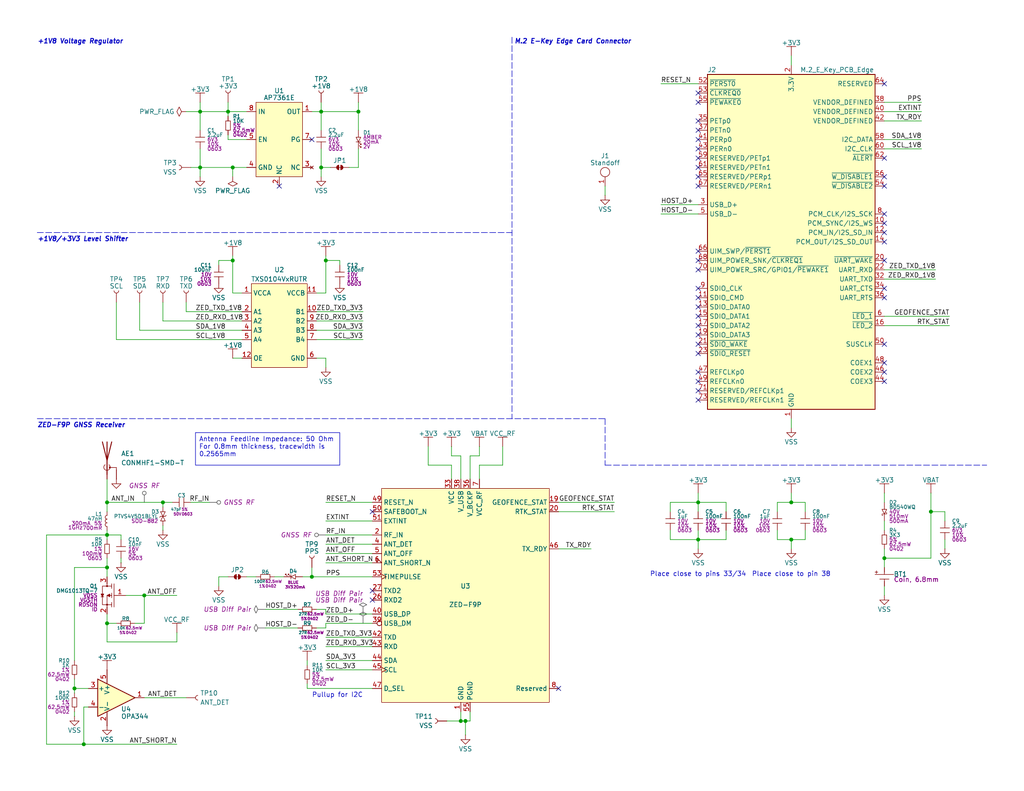
<source format=kicad_sch>
(kicad_sch (version 20250114) (generator "eeschema") (generator_version "9.0")
  (paper "USLetter")
  (title_block (title "U-bolx ZED-F9P M.2 E-Key") (date "2025-03-16") (rev "1.1") (comment 2 "PROTOTYPE") (comment 3 "2025"))
  (text "Place close to pin 38" (at 215.9 156.845 0) (effects (font (size 1.27 1.27))))
  (text "Place close to pins 33/34" (at 190.5 156.845 0) (effects (font (size 1.27 1.27))))
  (text "+1V8/+3V3 Level Shifter" (at 10.16 65.405 0) (effects (font (size 1.27 1.27) (thickness 0.254) (bold yes) (italic yes)) (justify left)))
  (text "ZED-F9P GNSS Receiver" (at 10.16 116.205 0) (effects (font (size 1.27 1.27) (thickness 0.254) (bold yes) (italic yes)) (justify left)))
  (text "+1V8 Voltage Regulator" (at 10.16 11.43 0) (effects (font (size 1.27 1.27) (thickness 0.254) (bold yes) (italic yes)) (justify left)))
  (text "Pullup for I2C" (at 92.075 189.865 0) (effects (font (size 1.27 1.27))))
  (text "M.2 E-Key Edge Card Connector" (at 140.335 11.43 0) (effects (font (size 1.27 1.27) (thickness 0.254) (bold yes) (italic yes)) (justify left)))
  (text_box "Antenna Feedline Impedance: 50 Ohm\nFor 0.8mm thickness, tracewidth is 0.2565mm" (at 53.34 118.11 0) (size 39.37 8.89) (margins 0.9525 0.9525 0.9525 0.9525) (effects (font (size 1.27 1.27)) (justify left top)))
  (junction (at 87.63 30.48))
  (junction (at 127 196.85))
  (junction (at 29.21 146.05))
  (junction (at 54.61 30.48))
  (junction (at 254 139.7))
  (junction (at 125.73 196.85))
  (junction (at 62.23 30.48))
  (junction (at 39.37 162.56))
  (junction (at 54.61 45.72))
  (junction (at 22.86 203.2))
  (junction (at 97.79 30.48))
  (junction (at 241.3 152.4))
  (junction (at 63.5 71.12))
  (junction (at 215.9 137.16))
  (junction (at 29.21 170.18))
  (junction (at 85.09 157.48))
  (junction (at 29.21 137.16))
  (junction (at 44.45 137.16))
  (junction (at 87.63 45.72))
  (junction (at 190.5 147.32))
  (junction (at 63.5 45.72))
  (junction (at 29.21 154.94))
  (junction (at 215.9 147.32))
  (junction (at 20.32 187.96))
  (junction (at 88.9 71.12))
  (junction (at 190.5 137.16))
  (no_connect (at 241.3 48.26))
  (no_connect (at 190.5 71.12))
  (no_connect (at 241.3 66.04))
  (no_connect (at 190.5 101.6))
  (no_connect (at 101.6 161.29))
  (no_connect (at 190.5 73.66))
  (no_connect (at 241.3 22.86))
  (no_connect (at 241.3 99.06))
  (no_connect (at 241.3 104.14))
  (no_connect (at 241.3 63.5))
  (no_connect (at 101.6 163.83))
  (no_connect (at 241.3 93.98))
  (no_connect (at 190.5 43.18))
  (no_connect (at 190.5 27.94))
  (no_connect (at 241.3 71.12))
  (no_connect (at 190.5 78.74))
  (no_connect (at 190.5 45.72))
  (no_connect (at 241.3 101.6))
  (no_connect (at 241.3 43.18))
  (no_connect (at 241.3 78.74))
  (no_connect (at 152.4 187.96))
  (no_connect (at 190.5 33.02))
  (no_connect (at 76.2 50.8))
  (no_connect (at 190.5 106.68))
  (no_connect (at 190.5 38.1))
  (no_connect (at 101.6 139.7))
  (no_connect (at 190.5 86.36))
  (no_connect (at 190.5 91.44))
  (no_connect (at 190.5 104.14))
  (no_connect (at 241.3 60.96))
  (no_connect (at 85.09 38.1))
  (no_connect (at 190.5 68.58))
  (no_connect (at 190.5 50.8))
  (no_connect (at 190.5 81.28))
  (no_connect (at 241.3 58.42))
  (no_connect (at 190.5 96.52))
  (no_connect (at 190.5 83.82))
  (no_connect (at 190.5 93.98))
  (no_connect (at 190.5 35.56))
  (no_connect (at 190.5 48.26))
  (no_connect (at 190.5 25.4))
  (no_connect (at 241.3 81.28))
  (no_connect (at 190.5 88.9))
  (no_connect (at 241.3 50.8))
  (no_connect (at 190.5 40.64))
  (no_connect (at 190.5 109.22))
  (wire (pts (xy 219.71 144.78) (xy 219.71 147.32)))
  (wire (pts (xy 24.13 187.96) (xy 20.32 187.96)))
  (wire (pts (xy 31.75 92.71) (xy 66.04 92.71)))
  (wire (pts (xy 83.82 187.96) (xy 101.6 187.96)))
  (wire (pts (xy 88.9 142.24) (xy 101.6 142.24)))
  (wire (pts (xy 29.21 154.94) (xy 29.21 157.48)))
  (wire (pts (xy 63.5 71.12) (xy 63.5 80.01)))
  (wire (pts (xy 44.45 138.43) (xy 44.45 137.16)))
  (wire (pts (xy 33.02 146.05) (xy 29.21 146.05)))
  (wire (pts (xy 44.45 82.55) (xy 44.45 87.63)))
  (wire (pts (xy 241.3 142.24) (xy 241.3 144.78)))
  (wire (pts (xy 62.23 38.1) (xy 62.23 36.83)))
  (wire (pts (xy 67.31 30.48) (xy 62.23 30.48)))
  (wire (pts (xy 257.81 147.32) (xy 257.81 149.86)))
  (wire (pts (xy 88.9 176.53) (xy 101.6 176.53)))
  (wire (pts (xy 95.25 45.72) (xy 97.79 45.72)))
  (polyline (pts (xy 139.7 10.16) (xy 139.7 114.3)) (stroke (width 0) (type dash)))
  (wire (pts (xy 63.5 69.85) (xy 63.5 71.12)))
  (wire (pts (xy 63.5 80.01) (xy 66.04 80.01)))
  (wire (pts (xy 54.61 45.72) (xy 54.61 48.26)))
  (polyline (pts (xy 165.1 114.3) (xy 165.1 127)) (stroke (width 0) (type dash)))
  (wire (pts (xy 254 139.7) (xy 254 152.4)))
  (wire (pts (xy 29.21 137.16) (xy 44.45 137.16)))
  (wire (pts (xy 198.12 137.16) (xy 190.5 137.16)))
  (wire (pts (xy 44.45 137.16) (xy 46.99 137.16)))
  (wire (pts (xy 180.34 58.42) (xy 190.5 58.42)))
  (wire (pts (xy 86.36 97.79) (xy 88.9 97.79)))
  (wire (pts (xy 190.5 147.32) (xy 190.5 149.86)))
  (wire (pts (xy 128.27 194.31) (xy 128.27 196.85)))
  (wire (pts (xy 254 139.7) (xy 257.81 139.7)))
  (wire (pts (xy 29.21 167.64) (xy 29.21 170.18)))
  (wire (pts (xy 137.16 121.92) (xy 137.16 127)))
  (wire (pts (xy 116.84 127) (xy 123.19 127)))
  (wire (pts (xy 92.71 71.12) (xy 88.9 71.12)))
  (wire (pts (xy 241.3 73.66) (xy 255.27 73.66)))
  (wire (pts (xy 241.3 30.48) (xy 251.46 30.48)))
  (wire (pts (xy 241.3 152.4) (xy 241.3 154.94)))
  (wire (pts (xy 241.3 76.2) (xy 255.27 76.2)))
  (wire (pts (xy 215.9 147.32) (xy 212.09 147.32)))
  (wire (pts (xy 72.39 166.37) (xy 81.28 166.37)))
  (wire (pts (xy 33.02 152.4) (xy 33.02 153.67)))
  (wire (pts (xy 52.07 45.72) (xy 54.61 45.72)))
  (wire (pts (xy 212.09 137.16) (xy 215.9 137.16)))
  (wire (pts (xy 39.37 190.5) (xy 50.8 190.5)))
  (wire (pts (xy 62.23 30.48) (xy 54.61 30.48)))
  (wire (pts (xy 180.34 22.86) (xy 190.5 22.86)))
  (wire (pts (xy 219.71 137.16) (xy 219.71 139.7)))
  (wire (pts (xy 88.9 182.88) (xy 101.6 182.88)))
  (wire (pts (xy 241.3 27.94) (xy 251.46 27.94)))
  (wire (pts (xy 29.21 170.18) (xy 31.75 170.18)))
  (polyline (pts (xy 10.16 63.5) (xy 139.7 63.5)) (stroke (width 0) (type dash)))
  (wire (pts (xy 99.06 92.71) (xy 86.36 92.71)))
  (wire (pts (xy 50.8 85.09) (xy 66.04 85.09)))
  (wire (pts (xy 39.37 170.18) (xy 39.37 162.56)))
  (wire (pts (xy 48.26 172.72) (xy 48.26 175.26)))
  (wire (pts (xy 127 196.85) (xy 128.27 196.85)))
  (wire (pts (xy 182.88 147.32) (xy 190.5 147.32)))
  (wire (pts (xy 241.3 88.9) (xy 259.08 88.9)))
  (wire (pts (xy 130.81 124.46) (xy 128.27 124.46)))
  (wire (pts (xy 97.79 27.94) (xy 97.79 30.48)))
  (wire (pts (xy 88.9 80.01) (xy 86.36 80.01)))
  (wire (pts (xy 215.9 15.24) (xy 215.9 17.78)))
  (wire (pts (xy 87.63 30.48) (xy 97.79 30.48)))
  (wire (pts (xy 88.9 170.18) (xy 88.9 171.45)))
  (wire (pts (xy 88.9 151.13) (xy 101.6 151.13)))
  (wire (pts (xy 190.5 137.16) (xy 190.5 134.62)))
  (wire (pts (xy 31.75 82.55) (xy 31.75 92.71)))
  (wire (pts (xy 86.36 166.37) (xy 88.9 166.37)))
  (wire (pts (xy 215.9 134.62) (xy 215.9 137.16)))
  (wire (pts (xy 215.9 147.32) (xy 215.9 149.86)))
  (wire (pts (xy 62.23 38.1) (xy 67.31 38.1)))
  (wire (pts (xy 83.82 186.69) (xy 83.82 187.96)))
  (wire (pts (xy 212.09 144.78) (xy 212.09 147.32)))
  (wire (pts (xy 152.4 139.7) (xy 167.64 139.7)))
  (wire (pts (xy 116.84 121.92) (xy 116.84 127)))
  (wire (pts (xy 92.71 72.39) (xy 92.71 71.12)))
  (wire (pts (xy 88.9 148.59) (xy 101.6 148.59)))
  (wire (pts (xy 62.23 27.94) (xy 62.23 30.48)))
  (wire (pts (xy 198.12 147.32) (xy 190.5 147.32)))
  (wire (pts (xy 88.9 180.34) (xy 101.6 180.34)))
  (polyline (pts (xy 165.1 127) (xy 269.24 127)) (stroke (width 0) (type dash)))
  (wire (pts (xy 72.39 171.45) (xy 81.28 171.45)))
  (wire (pts (xy 88.9 137.16) (xy 101.6 137.16)))
  (wire (pts (xy 39.37 162.56) (xy 48.26 162.56)))
  (wire (pts (xy 99.06 90.17) (xy 86.36 90.17)))
  (wire (pts (xy 87.63 27.94) (xy 87.63 30.48)))
  (wire (pts (xy 241.3 160.02) (xy 241.3 162.56)))
  (wire (pts (xy 254 134.62) (xy 254 139.7)))
  (wire (pts (xy 29.21 170.18) (xy 29.21 175.26)))
  (wire (pts (xy 59.69 160.02) (xy 59.69 157.48)))
  (wire (pts (xy 121.92 196.85) (xy 125.73 196.85)))
  (wire (pts (xy 180.34 55.88) (xy 190.5 55.88)))
  (wire (pts (xy 198.12 144.78) (xy 198.12 147.32)))
  (wire (pts (xy 20.32 194.31) (xy 20.32 195.58)))
  (wire (pts (xy 198.12 139.7) (xy 198.12 137.16)))
  (wire (pts (xy 20.32 154.94) (xy 20.32 180.34)))
  (wire (pts (xy 123.19 124.46) (xy 125.73 124.46)))
  (wire (pts (xy 87.63 45.72) (xy 90.17 45.72)))
  (wire (pts (xy 54.61 27.94) (xy 54.61 30.48)))
  (wire (pts (xy 29.21 144.78) (xy 29.21 146.05)))
  (wire (pts (xy 88.9 167.64) (xy 88.9 166.37)))
  (wire (pts (xy 165.1 50.8) (xy 165.1 53.34)))
  (wire (pts (xy 254 152.4) (xy 241.3 152.4)))
  (wire (pts (xy 20.32 187.96) (xy 20.32 189.23)))
  (wire (pts (xy 85.09 30.48) (xy 87.63 30.48)))
  (wire (pts (xy 52.07 137.16) (xy 57.15 137.16)))
  (wire (pts (xy 215.9 137.16) (xy 219.71 137.16)))
  (wire (pts (xy 86.36 171.45) (xy 88.9 171.45)))
  (wire (pts (xy 33.02 147.32) (xy 33.02 146.05)))
  (wire (pts (xy 54.61 30.48) (xy 54.61 35.56)))
  (wire (pts (xy 123.19 127) (xy 123.19 130.81)))
  (wire (pts (xy 152.4 149.86) (xy 161.29 149.86)))
  (wire (pts (xy 38.1 90.17) (xy 66.04 90.17)))
  (wire (pts (xy 127 196.85) (xy 127 200.66)))
  (wire (pts (xy 22.86 193.04) (xy 22.86 203.2)))
  (wire (pts (xy 88.9 146.05) (xy 101.6 146.05)))
  (wire (pts (xy 88.9 69.85) (xy 88.9 71.12)))
  (wire (pts (xy 88.9 173.99) (xy 101.6 173.99)))
  (wire (pts (xy 125.73 124.46) (xy 125.73 130.81)))
  (wire (pts (xy 74.93 157.48) (xy 77.47 157.48)))
  (wire (pts (xy 137.16 127) (xy 130.81 127)))
  (wire (pts (xy 24.13 193.04) (xy 22.86 193.04)))
  (wire (pts (xy 127 196.85) (xy 125.73 196.85)))
  (wire (pts (xy 257.81 139.7) (xy 257.81 142.24)))
  (wire (pts (xy 85.09 154.94) (xy 85.09 157.48)))
  (wire (pts (xy 123.19 121.92) (xy 123.19 124.46)))
  (wire (pts (xy 99.06 85.09) (xy 86.36 85.09)))
  (wire (pts (xy 97.79 40.64) (xy 97.79 45.72)))
  (wire (pts (xy 88.9 170.18) (xy 101.6 170.18)))
  (wire (pts (xy 50.8 82.55) (xy 50.8 85.09)))
  (wire (pts (xy 241.3 38.1) (xy 251.46 38.1)))
  (wire (pts (xy 12.7 146.05) (xy 12.7 203.2)))
  (wire (pts (xy 54.61 45.72) (xy 63.5 45.72)))
  (wire (pts (xy 190.5 137.16) (xy 190.5 139.7)))
  (wire (pts (xy 215.9 114.3) (xy 215.9 116.84)))
  (wire (pts (xy 88.9 167.64) (xy 101.6 167.64)))
  (wire (pts (xy 44.45 143.51) (xy 44.45 144.78)))
  (wire (pts (xy 182.88 139.7) (xy 182.88 137.16)))
  (wire (pts (xy 39.37 162.56) (xy 34.29 162.56)))
  (wire (pts (xy 130.81 121.92) (xy 130.81 124.46)))
  (wire (pts (xy 219.71 147.32) (xy 215.9 147.32)))
  (wire (pts (xy 29.21 146.05) (xy 29.21 147.32)))
  (wire (pts (xy 29.21 137.16) (xy 29.21 139.7)))
  (wire (pts (xy 59.69 71.12) (xy 63.5 71.12)))
  (wire (pts (xy 88.9 100.33) (xy 88.9 97.79)))
  (wire (pts (xy 54.61 40.64) (xy 54.61 45.72)))
  (wire (pts (xy 82.55 157.48) (xy 85.09 157.48)))
  (wire (pts (xy 182.88 144.78) (xy 182.88 147.32)))
  (wire (pts (xy 38.1 82.55) (xy 38.1 90.17)))
  (polyline (pts (xy 10.16 114.3) (xy 165.1 114.3)) (stroke (width 0) (type dash)))
  (wire (pts (xy 241.3 86.36) (xy 259.08 86.36)))
  (wire (pts (xy 87.63 40.64) (xy 87.63 45.72)))
  (wire (pts (xy 130.81 127) (xy 130.81 130.81)))
  (wire (pts (xy 36.83 170.18) (xy 39.37 170.18)))
  (wire (pts (xy 182.88 137.16) (xy 190.5 137.16)))
  (wire (pts (xy 12.7 203.2) (xy 22.86 203.2)))
  (wire (pts (xy 128.27 124.46) (xy 128.27 130.81)))
  (wire (pts (xy 44.45 87.63) (xy 66.04 87.63)))
  (wire (pts (xy 85.09 157.48) (xy 101.6 157.48)))
  (wire (pts (xy 241.3 134.62) (xy 241.3 137.16)))
  (wire (pts (xy 63.5 45.72) (xy 67.31 45.72)))
  (wire (pts (xy 241.3 33.02) (xy 251.46 33.02)))
  (wire (pts (xy 241.3 152.4) (xy 241.3 149.86)))
  (wire (pts (xy 87.63 45.72) (xy 87.63 48.26)))
  (wire (pts (xy 125.73 194.31) (xy 125.73 196.85)))
  (wire (pts (xy 20.32 187.96) (xy 20.32 185.42)))
  (wire (pts (xy 50.8 30.48) (xy 54.61 30.48)))
  (wire (pts (xy 83.82 181.61) (xy 83.82 180.34)))
  (wire (pts (xy 99.06 87.63) (xy 86.36 87.63)))
  (wire (pts (xy 212.09 139.7) (xy 212.09 137.16)))
  (wire (pts (xy 241.3 40.64) (xy 251.46 40.64)))
  (wire (pts (xy 88.9 153.67) (xy 101.6 153.67)))
  (wire (pts (xy 97.79 30.48) (xy 97.79 35.56)))
  (wire (pts (xy 88.9 71.12) (xy 88.9 80.01)))
  (wire (pts (xy 63.5 97.79) (xy 66.04 97.79)))
  (wire (pts (xy 59.69 72.39) (xy 59.69 71.12)))
  (wire (pts (xy 59.69 157.48) (xy 62.23 157.48)))
  (wire (pts (xy 29.21 146.05) (xy 12.7 146.05)))
  (wire (pts (xy 29.21 152.4) (xy 29.21 154.94)))
  (wire (pts (xy 152.4 137.16) (xy 167.64 137.16)))
  (wire (pts (xy 22.86 203.2) (xy 48.26 203.2)))
  (wire (pts (xy 190.5 144.78) (xy 190.5 147.32)))
  (wire (pts (xy 63.5 45.72) (xy 63.5 48.26)))
  (wire (pts (xy 29.21 154.94) (xy 20.32 154.94)))
  (wire (pts (xy 29.21 130.81) (xy 29.21 137.16)))
  (wire (pts (xy 67.31 157.48) (xy 69.85 157.48)))
  (wire (pts (xy 29.21 175.26) (xy 48.26 175.26)))
  (wire (pts (xy 62.23 30.48) (xy 62.23 31.75)))
  (wire (pts (xy 87.63 35.56) (xy 87.63 30.48)))
  (label "TX_RDY" (at 161.29 149.86 180))
  (label "ANT_IN" (at 36.83 137.16 180))
  (label "ANT_SHORT_N" (at 48.26 203.2 180))
  (label "ZED_RXD_3V3" (at 88.9 176.53 0))
  (label "PPS" (at 88.9 157.48 0))
  (label "ZED_TXD_1V8" (at 255.27 73.66 180))
  (label "RESET_N" (at 180.34 22.86 0))
  (label "HOST_D-" (at 180.34 58.42 0))
  (label "TX_RDY" (at 251.46 33.02 180))
  (label "ZED_D-" (at 88.9 170.18 0))
  (label "HOST_D+" (at 180.34 55.88 0))
  (label "RESET_N" (at 88.9 137.16 0))
  (label "ZED_RXD_1V8" (at 53.34 87.63 0))
  (label "RTK_STAT" (at 259.08 88.9 180))
  (label "ANT_SHORT_N" (at 88.9 153.67 0))
  (label "SCL_3V3" (at 99.06 92.71 180))
  (label "GEOFENCE_STAT" (at 167.64 137.16 180))
  (label "EXTINT" (at 88.9 142.24 0))
  (label "SDA_1V8" (at 53.34 90.17 0))
  (label "ZED_D+" (at 88.9 167.64 0))
  (label "ANT_OFF" (at 48.26 162.56 180))
  (label "ANT_DET" (at 88.9 148.59 0))
  (label "ZED_TXD_3V3" (at 88.9 173.99 0))
  (label "SDA_3V3" (at 88.9 180.34 0))
  (label "GEOFENCE_STAT" (at 259.08 86.36 180))
  (label "ZED_TXD_3V3" (at 99.06 85.09 180))
  (label "ZED_TXD_1V8" (at 53.34 85.09 0))
  (label "HOST_D+" (at 72.39 166.37 0))
  (label "EXTINT" (at 251.46 30.48 180))
  (label "SDA_3V3" (at 99.06 90.17 180))
  (label "RTK_STAT" (at 167.64 139.7 180))
  (label "ANT_DET" (at 48.26 190.5 180))
  (label "ANT_OFF" (at 88.9 151.13 0))
  (label "SCL_1V8" (at 251.46 40.64 180))
  (label "ZED_RXD_1V8" (at 255.27 76.2 180))
  (label "SCL_3V3" (at 88.9 182.88 0))
  (label "ZED_RXD_3V3" (at 99.06 87.63 180))
  (label "HOST_D-" (at 72.39 171.45 0))
  (label "RF_IN" (at 57.15 137.16 180))
  (label "SCL_1V8" (at 53.34 92.71 0))
  (label "SDA_1V8" (at 251.46 38.1 180))
  (label "RF_IN" (at 88.9 146.05 0))
  (label "PPS" (at 251.46 27.94 180))
  (netclass_flag "" (length 2.54) (shape round) (at 88.9 146.05 90) (property "Netclass" "GNSS RF" (at 85.09 146.05 0) (effects (font (italic yes)) (justify right))))
  (netclass_flag "" (length 2.54) (shape round) (at 57.15 137.16 270) (property "Netclass" "GNSS RF" (at 60.96 137.16 0) (effects (font (italic yes)) (justify left))))
  (netclass_flag "" (length 2.54) (shape round) (at 39.37 137.16 0) (property "Netclass" "GNSS RF" (at 39.37 133.35 0) (effects (font (italic yes)) (justify bottom))))
  (netclass_flag "" (length 2.54) (shape diamond) (at 72.39 166.37 90) (property "Netclass" "USB Diff Pair" (at 68.58 166.37 0) (effects (font (italic yes)) (justify right))))
  (netclass_flag "" (length 2.54) (shape diamond) (at 99.06 170.18 0) (property "Netclass" "USB Diff Pair" (at 99.06 163.83 0) (effects (font (italic yes)) (justify right))))
  (netclass_flag "" (length 2.54) (shape diamond) (at 99.06 167.64 0) (property "Netclass" "USB Diff Pair" (at 99.06 162.052 0) (effects (font (italic yes)) (justify right))))
  (netclass_flag "" (length 2.54) (shape diamond) (at 72.39 171.45 90) (property "Netclass" "USB Diff Pair" (at 68.58 171.45 0) (effects (font (italic yes)) (justify right))))
  (symbol (lib_id "lib_sch:VSS") (at 59.69 77.47 0) (unit 1)
    (property "Reference" "#PWR035" (effects (hide yes)))
    (property "Value" "VSS" (at 59.69 81.28 0))
  )
  (symbol (lib_id "lib_sch:R") (at 29.21 149.86 0) (mirror y) (unit 1)
    (property "Reference" "R5" (at 27.94 147.32 0) (effects (font (size 1.016 1.016)) (justify left)))
    (property "Value" "10R" (at 27.94 148.59 0) (effects (font (size 1.016 1.016)) (justify left)))
    (property "Footprint" "lib_fp:CRCW0603" (effects (hide yes)))
    (property "Datasheet" "https://www.vishay.com/docs/20035/dcrcwe3.pdf" (effects (hide yes)))
    (property "Description" "RES SMD 10 OHM 1% 1/10W 0603" (effects (hide yes)))
    (property "Manufacturer" "Vishay Dale" (effects (hide yes)))
    (property "MPN" "CRCW060310R0FKEA" (effects (hide yes)))
    (property "DKPN" "541-10.0HCT-ND" (effects (hide yes)))
    (property "Tolerance" "1%" (at 27.94 149.86 0) (effects (font (size 1.016 1.016)) (justify left)))
    (property "Power Rating" "100mW" (at 27.94 151.13 0) (effects (font (size 1.016 1.016)) (justify left)))
    (property "Package" "0603" (at 27.94 152.4 0) (effects (font (size 1.016 1.016)) (justify left)))
  )
  (symbol (lib_id "lib_sch:C") (at 182.88 142.24 0) (unit 1)
    (property "Reference" "C4" (at 184.785 139.7 0) (effects (font (size 1.016 1.016)) (justify left)))
    (property "Value" "1uF" (at 184.785 140.97 0) (effects (font (size 1.016 1.016)) (justify left)))
    (property "Footprint" "lib_fp:MLCC0603" (effects (hide yes)))
    (property "Datasheet" "https://datasheets.kyocera-avx.com/AutoMLCCKAM.pdf" (effects (hide yes)))
    (property "Description" "0603 X7R 1UF10% 10V AEC-Q200" (effects (hide yes)))
    (property "Manufacturer" "KYOCERA AVX" (effects (hide yes)))
    (property "MPN" "KAM15AR71A105KT" (effects (hide yes)))
    (property "DKPN" "478-KAM15AR71A105KTCT-ND" (effects (hide yes)))
    (property "Tolerance" "10%" (at 184.785 143.51 0) (effects (font (size 1.016 1.016)) (justify left)))
    (property "Voltage Rating" "10V" (at 184.785 142.24 0) (effects (font (size 1.016 1.016)) (justify left)))
    (property "Package" "0603" (at 184.785 144.78 0) (effects (font (size 1.016 1.016)) (justify left)))
  )
  (symbol (lib_id "lib_sch:C") (at 212.09 142.24 0) (mirror y) (unit 1)
    (property "Reference" "C7" (at 210.185 139.7 0) (effects (font (size 1.016 1.016)) (justify left)))
    (property "Value" "1uF" (at 210.185 140.97 0) (effects (font (size 1.016 1.016)) (justify left)))
    (property "Footprint" "lib_fp:MLCC0603" (effects (hide yes)))
    (property "Datasheet" "https://datasheets.kyocera-avx.com/AutoMLCCKAM.pdf" (effects (hide yes)))
    (property "Description" "0603 X7R 1UF10% 10V AEC-Q200" (effects (hide yes)))
    (property "Manufacturer" "KYOCERA AVX" (effects (hide yes)))
    (property "MPN" "KAM15AR71A105KT" (effects (hide yes)))
    (property "DKPN" "478-KAM15AR71A105KTCT-ND" (effects (hide yes)))
    (property "Tolerance" "10%" (at 210.185 143.51 0) (effects (font (size 1.016 1.016)) (justify left)))
    (property "Voltage Rating" "10V" (at 210.185 142.24 0) (effects (font (size 1.016 1.016)) (justify left)))
    (property "Package" "0603" (at 210.185 144.78 0) (effects (font (size 1.016 1.016)) (justify left)))
  )
  (symbol (lib_id "lib_sch:+3V3") (at 83.82 180.34 0) (unit 1)
    (property "Reference" "#PWR029" (effects (hide yes)))
    (property "Value" "+3V3" (at 83.82 176.784 0))
  )
  (symbol (lib_id "lib_sch:VSS") (at 190.5 149.86 0) (unit 1)
    (property "Reference" "#PWR022" (effects (hide yes)))
    (property "Value" "VSS" (at 190.5 153.67 0))
  )
  (symbol (lib_id "lib_sch:VSS") (at 20.32 195.58 0) (unit 1)
    (property "Reference" "#PWR031" (effects (hide yes)))
    (property "Value" "VSS" (at 20.32 199.39 0))
  )
  (symbol (lib_id "lib_sch:+3V3") (at 88.9 69.85 0) (unit 1)
    (property "Reference" "#PWR08" (effects (hide yes)))
    (property "Value" "+3V3" (at 88.9 66.294 0))
  )
  (symbol (lib_id "lib_sch:C") (at 54.61 38.1 0) (unit 1)
    (property "Reference" "C1" (at 56.515 35.56 0) (effects (font (size 1.016 1.016)) (justify left)))
    (property "Value" "2.2uF" (at 56.515 36.83 0) (effects (font (size 1.016 1.016)) (justify left)))
    (property "Footprint" "lib_fp:MLCC0603" (effects (hide yes)))
    (property "Datasheet" "https://datasheets.kyocera-avx.com/AutoMLCCKAM.pdf" (effects (hide yes)))
    (property "Description" "0603 X7R 2.2UF10% 6.3V AEC-Q200" (effects (hide yes)))
    (property "Manufacturer" "KYOCERA AVX" (effects (hide yes)))
    (property "MPN" "KAM15AR70J225KT" (effects (hide yes)))
    (property "DKPN" "478-KAM15AR70J225KTCT-ND" (effects (hide yes)))
    (property "Tolerance" "10%" (at 56.515 39.37 0) (effects (font (size 1.016 1.016)) (justify left)))
    (property "Voltage Rating" "6V3" (at 56.515 38.1 0) (effects (font (size 1.016 1.016)) (justify left)))
    (property "Package" "0603" (at 56.515 40.64 0) (effects (font (size 1.016 1.016)) (justify left)))
  )
  (symbol (lib_id "lib_sch:LED") (at 97.79 38.1 0) (unit 1)
    (property "Reference" "D1" (at 99.06 36.195 0) (effects (font (size 1.016 1.016)) (justify left)))
    (property "Value" "LTST-C190KYKT" (effects (hide yes)))
    (property "Footprint" "lib_fp:LTST-0603" (effects (hide yes)))
    (property "Datasheet" "https://optoelectronics.liteon.com/upload/download/DS-22-99-0192/LTST-C190KYKT.PDF" (effects (hide yes)))
    (property "Description" "LED AMBER CLEAR CHIP SMD" (effects (hide yes)))
    (property "Manufacturer" "Lite-On Inc." (effects (hide yes)))
    (property "MPN" "LTST-C190KYKT" (effects (hide yes)))
    (property "DKPN" "160-1438-1-ND" (effects (hide yes)))
    (property "Forward Voltage" "2V" (at 99.06 40.005 0) (effects (font (size 1.016 1.016)) (justify left)))
    (property "Current" "20mA" (at 99.06 38.735 0) (effects (font (size 1.016 1.016)) (justify left)))
    (property "Color" "AMBER" (at 99.06 37.465 0) (effects (font (size 1.016 1.016)) (justify left)))
  )
  (symbol (lib_id "lib_sch:VCC_RF") (at 48.26 172.72 0) (unit 1)
    (property "Reference" "#PWR028" (effects (hide yes)))
    (property "Value" "VCC_RF" (at 48.26 169.164 0))
  )
  (symbol (lib_id "lib_sch:VSS") (at 88.9 100.33 0) (unit 1)
    (property "Reference" "#PWR010" (effects (hide yes)))
    (property "Value" "VSS" (at 88.9 104.14 0))
  )
  (symbol (lib_id "lib_sch:+3V3") (at 190.5 134.62 0) (unit 1)
    (property "Reference" "#PWR017" (effects (hide yes)))
    (property "Value" "+3V3" (at 190.5 131.064 0))
  )
  (symbol (lib_id "lib_sch:PWR_FLAG") (at 63.5 48.26 180) (unit 1)
    (property "Reference" "#FLG01" (effects (hide yes)))
    (property "Value" "PWR_FLAG" (at 63.5 52.07 0))
    (property "Description" "Special symbol for telling ERC where power comes from" (effects (hide yes)))
  )
  (symbol (lib_name "Testpoint_1") (lib_id "lib_sch:Testpoint_1") (at 50.8 82.55 0) (unit 1) (in_bom no)
    (property "Reference" "TP6" (at 50.8 76.2 0))
    (property "Value" "TXD" (at 50.8 78.105 0))
    (property "Footprint" "lib_fp:TP_1mm" (effects (hide yes)))
  )
  (symbol (lib_id "lib_sch:Testpoint_horizontal") (at 119.38 196.85 0) (unit 1) (in_bom no)
    (property "Reference" "TP11" (at 118.11 195.58 0) (effects (justify right)))
    (property "Value" "VSS" (at 118.11 198.12 0) (effects (justify right)))
    (property "Footprint" "lib_fp:TP_1mm" (effects (hide yes)))
  )
  (symbol (lib_id "lib_sch:D_TVS") (at 44.45 140.97 0) (mirror y) (unit 1)
    (property "Reference" "D3" (at 43.434 139.7 0) (effects (font (size 1.016 1.016)) (justify left)))
    (property "Value" "PTVS4V5D1BLYL" (at 43.18 140.97 0) (effects (font (size 1.016 1.016)) (justify left)))
    (property "Footprint" "lib_fp:SOD882" (effects (hide yes)))
    (property "Datasheet" "https://assets.nexperia.com/documents/data-sheet/PTVS4V5D1BL.pdf" (effects (hide yes)))
    (property "Description" "TVS DIODE 4.5VWM 13.2VC 2DFN" (effects (hide yes)))
    (property "Manufacturer" "Nexperia USA Inc." (effects (hide yes)))
    (property "MPN" "PTVS4V5D1BLYL" (effects (hide yes)))
    (property "DKPN" "1727-7415-1-ND" (effects (hide yes)))
    (property "Package" "SOD-882" (at 43.18 142.24 0) (effects (font (size 1.016 1.016)) (justify left)))
  )
  (symbol (lib_name "Testpoint_1") (lib_id "lib_sch:Testpoint_1") (at 85.09 154.94 0) (unit 1) (in_bom no)
    (property "Reference" "TP9" (at 85.09 148.59 0))
    (property "Value" "PPS" (at 85.09 150.495 0))
    (property "Footprint" "lib_fp:TP_1mm" (effects (hide yes)))
  )
  (symbol (lib_id "lib_sch:VSS") (at 44.45 144.78 0) (unit 1)
    (property "Reference" "#PWR021" (effects (hide yes)))
    (property "Value" "VSS" (at 44.45 148.59 0))
  )
  (symbol (lib_id "lib_sch:C") (at 190.5 142.24 0) (unit 1)
    (property "Reference" "C5" (at 192.405 139.7 0) (effects (font (size 1.016 1.016)) (justify left)))
    (property "Value" "100nF" (at 192.405 140.97 0) (effects (font (size 1.016 1.016)) (justify left)))
    (property "Footprint" "lib_fp:MLCC0603" (effects (hide yes)))
    (property "Datasheet" "https://datasheets.kyocera-avx.com/AutoMLCCKAM.pdf" (effects (hide yes)))
    (property "Description" "CAP CER 0.1UF 10V X7R 0603" (effects (hide yes)))
    (property "Manufacturer" "KYOCERA AVX" (effects (hide yes)))
    (property "MPN" "KAM15AR71A104KT" (effects (hide yes)))
    (property "DKPN" "478-KAM15AR71A104KTCT-ND" (effects (hide yes)))
    (property "Tolerance" "10%" (at 192.405 143.51 0) (effects (font (size 1.016 1.016)) (justify left)))
    (property "Voltage Rating" "10V" (at 192.405 142.24 0) (effects (font (size 1.016 1.016)) (justify left)))
    (property "Package" "0603" (at 192.405 144.78 0) (effects (font (size 1.016 1.016)) (justify left)))
  )
  (symbol (lib_id "lib_sch:VSS") (at 54.61 48.26 0) (unit 1)
    (property "Reference" "#PWR04" (effects (hide yes)))
    (property "Value" "VSS" (at 54.61 52.07 0))
  )
  (symbol (lib_id "lib_sch:L") (at 29.21 142.24 0) (mirror y) (unit 1)
    (property "Reference" "L1" (at 27.94 140.335 0) (effects (font (size 1.016 1.016)) (justify left)))
    (property "Value" "47nH" (at 27.94 141.605 0) (effects (font (size 1.016 1.016)) (justify left)))
    (property "Footprint" "lib_fp:L_0402" (effects (hide yes)))
    (property "Datasheet" "https://search.murata.co.jp/Ceramy/image/img/P02/JELF243B-0010.pdf" (effects (hide yes)))
    (property "Description" "FIXED IND 47NH 300MA 0.72OHM SMD" (effects (hide yes)))
    (property "Manufacturer" "Murata Electronics" (effects (hide yes)))
    (property "MPN" "LQG15HS47NJ02D" (effects (hide yes)))
    (property "DKPN" "490-2631-1-ND" (effects (hide yes)))
    (property "Tolerance" "5%" (at 27.94 142.875 0) (effects (font (size 1.016 1.016)) (justify left)))
    (property "Current Rating" "300mA" (at 24.765 142.875 0) (effects (font (size 1.016 1.016)) (justify left)))
    (property "DC Resistance" "700mR" (at 27.94 144.145 0) (effects (font (size 1.016 1.016)) (justify left)))
    (property "Resonant Frequency" "1GHz" (at 22.606 144.018 0) (effects (font (size 1.016 1.016)) (justify left)))
  )
  (symbol (lib_id "lib_sch:Battery") (at 241.3 157.48 0) (unit 1)
    (property "Reference" "BT1" (at 243.84 157.48 0) (effects (justify left bottom)))
    (property "Value" "MS621FE-FL11E" (effects (hide yes)))
    (property "Footprint" "lib_fp:MS621FE-FL11E" (effects (hide yes)))
    (property "Datasheet" "https://www.sii.co.jp/en/me/files/2024/01/MicroBattery_E_20230330_rev05-security.pdf" (effects (hide yes)))
    (property "Description" "BATT LITHIUM 3V 5.5MAH COIN" (effects (hide yes)))
    (property "Manufacturer" "Seiko Instruments" (effects (hide yes)))
    (property "MPN" "MS621FE-FL11E" (effects (hide yes)))
    (property "DKPN" "728-1057-ND" (effects (hide yes)))
    (property "CELL" "Coin, 6.8mm" (at 243.84 157.48 0) (effects (justify left top)))
  )
  (symbol (lib_id "lib_sch:VSS") (at 257.81 149.86 0) (unit 1)
    (property "Reference" "#PWR024" (effects (hide yes)))
    (property "Value" "VSS" (at 257.81 153.67 0))
  )
  (symbol (lib_id "lib_sch:+3V3") (at 29.21 182.88 0) (unit 1)
    (property "Reference" "#PWR030" (effects (hide yes)))
    (property "Value" "+3V3" (at 29.21 179.324 0))
  )
  (symbol (lib_id "lib_sch:C") (at 257.81 144.78 0) (unit 1)
    (property "Reference" "C9" (at 259.715 142.24 0) (effects (font (size 1.016 1.016)) (justify left)))
    (property "Value" "2.2uF" (at 259.715 143.51 0) (effects (font (size 1.016 1.016)) (justify left)))
    (property "Footprint" "lib_fp:MLCC0603" (effects (hide yes)))
    (property "Datasheet" "https://datasheets.kyocera-avx.com/AutoMLCCKAM.pdf" (effects (hide yes)))
    (property "Description" "0603 X7R 2.2UF10% 6.3V AEC-Q200" (effects (hide yes)))
    (property "Manufacturer" "KYOCERA AVX" (effects (hide yes)))
    (property "MPN" "KAM15AR70J225KT" (effects (hide yes)))
    (property "DKPN" "478-KAM15AR70J225KTCT-ND" (effects (hide yes)))
    (property "Tolerance" "10%" (at 259.715 146.05 0) (effects (font (size 1.016 1.016)) (justify left)))
    (property "Voltage Rating" "6V3" (at 259.715 144.78 0) (effects (font (size 1.016 1.016)) (justify left)))
    (property "Package" "0603" (at 259.715 147.32 0) (effects (font (size 1.016 1.016)) (justify left)))
  )
  (symbol (lib_id "lib_sch:+3V3") (at 215.9 15.24 0) (unit 1)
    (property "Reference" "#PWR01" (effects (hide yes)))
    (property "Value" "+3V3" (at 215.9 11.684 0))
  )
  (symbol (lib_id "lib_sch:C") (at 87.63 38.1 0) (unit 1)
    (property "Reference" "C2" (at 89.535 35.56 0) (effects (font (size 1.016 1.016)) (justify left)))
    (property "Value" "2.2uF" (at 89.535 36.83 0) (effects (font (size 1.016 1.016)) (justify left)))
    (property "Footprint" "lib_fp:MLCC0603" (effects (hide yes)))
    (property "Datasheet" "https://datasheets.kyocera-avx.com/AutoMLCCKAM.pdf" (effects (hide yes)))
    (property "Description" "0603 X7R 2.2UF10% 6.3V AEC-Q200" (effects (hide yes)))
    (property "Manufacturer" "KYOCERA AVX" (effects (hide yes)))
    (property "MPN" "KAM15AR70J225KT" (effects (hide yes)))
    (property "DKPN" "478-KAM15AR70J225KTCT-ND" (effects (hide yes)))
    (property "Tolerance" "10%" (at 89.535 39.37 0) (effects (font (size 1.016 1.016)) (justify left)))
    (property "Voltage Rating" "6V3" (at 89.535 38.1 0) (effects (font (size 1.016 1.016)) (justify left)))
    (property "Package" "0603" (at 89.535 40.64 0) (effects (font (size 1.016 1.016)) (justify left)))
  )
  (symbol (lib_id "lib_sch:R") (at 83.82 184.15 0) (unit 1)
    (property "Reference" "R11" (at 85.09 181.61 0) (effects (font (size 1.016 1.016)) (justify left)))
    (property "Value" "10K" (at 85.09 182.88 0) (effects (font (size 1.016 1.016)) (justify left)))
    (property "Footprint" "lib_fp:CRCW0402" (effects (hide yes)))
    (property "Datasheet" "https://www.vishay.com/docs/20035/dcrcwe3.pdf" (effects (hide yes)))
    (property "Description" "RES SMD 10K OHM 5% 1/16W 0402" (effects (hide yes)))
    (property "Manufacturer" "Vishay Dale" (effects (hide yes)))
    (property "MPN" "CRCW040210K0JNED" (effects (hide yes)))
    (property "DKPN" "541-10KJCT-ND" (effects (hide yes)))
    (property "Tolerance" "5%" (at 85.09 184.15 0) (effects (font (size 1.016 1.016)) (justify left)))
    (property "Power Rating" "62.5mW" (at 85.09 185.42 0) (effects (font (size 1.016 1.016)) (justify left)))
    (property "Package" "0402" (at 85.09 186.69 0) (effects (font (size 1.016 1.016)) (justify left)))
  )
  (symbol (lib_id "lib_sch:R_horizontal") (at 83.82 166.37 0) (unit 1)
    (property "Reference" "R7" (at 83.82 165.1 0) (effects (font (size 1.016 1.016))))
    (property "Value" "27R" (at 83.82 167.64 0) (effects (font (size 0.762 0.762)) (justify right)))
    (property "Footprint" "lib_fp:CRCW0402" (effects (hide yes)))
    (property "Datasheet" "https://www.vishay.com/docs/20035/dcrcwe3.pdf" (effects (hide yes)))
    (property "Description" "RES SMD 27 OHM 5% 1/16W 0402" (effects (hide yes)))
    (property "Manufacturer" "Vishay Dale" (effects (hide yes)))
    (property "MPN" "CRCW040227R0JNED" (effects (hide yes)))
    (property "DKPN" "541-27JCT-ND" (effects (hide yes)))
    (property "Tolerance" "5%" (at 83.82 168.91 0) (effects (font (size 0.762 0.762)) (justify right)))
    (property "Power Rating" "62.5mW" (at 83.82 167.64 0) (effects (font (size 0.762 0.762)) (justify left)))
    (property "Package" "0402" (at 83.82 168.91 0) (effects (font (size 0.762 0.762)) (justify left)))
  )
  (symbol (lib_name "Testpoint_1") (lib_id "lib_sch:Testpoint_1") (at 87.63 27.94 0) (unit 1) (in_bom no)
    (property "Reference" "TP2" (at 87.63 21.59 0))
    (property "Value" "+1V8" (at 87.63 23.495 0))
    (property "Footprint" "lib_fp:TP_1mm" (effects (hide yes)))
  )
  (symbol (lib_id "lib_sch:C") (at 59.69 74.93 0) (mirror y) (unit 1)
    (property "Reference" "C11" (at 57.785 72.39 0) (effects (font (size 1.016 1.016)) (justify left)))
    (property "Value" "100nF" (at 57.785 73.66 0) (effects (font (size 1.016 1.016)) (justify left)))
    (property "Footprint" "lib_fp:MLCC0603" (effects (hide yes)))
    (property "Datasheet" "https://datasheets.kyocera-avx.com/AutoMLCCKAM.pdf" (effects (hide yes)))
    (property "Description" "CAP CER 0.1UF 10V X7R 0603" (effects (hide yes)))
    (property "Manufacturer" "KYOCERA AVX" (effects (hide yes)))
    (property "MPN" "KAM15AR71A104KT" (effects (hide yes)))
    (property "DKPN" "478-KAM15AR71A104KTCT-ND" (effects (hide yes)))
    (property "Tolerance" "10%" (at 57.785 76.2 0) (effects (font (size 1.016 1.016)) (justify left)))
    (property "Voltage Rating" "10V" (at 57.785 74.93 0) (effects (font (size 1.016 1.016)) (justify left)))
    (property "Package" "0603" (at 57.785 77.47 0) (effects (font (size 1.016 1.016)) (justify left)))
  )
  (symbol (lib_id "lib_sch:VSS") (at 31.75 130.81 0) (unit 1)
    (property "Reference" "#PWR016" (effects (hide yes)))
    (property "Value" "VSS" (effects (hide yes)))
  )
  (symbol (lib_id "lib_sch:VSS") (at 87.63 48.26 0) (unit 1)
    (property "Reference" "#PWR05" (effects (hide yes)))
    (property "Value" "VSS" (at 87.63 52.07 0))
  )
  (symbol (lib_id "lib_sch:Mounting-Hole") (at 165.1 46.99 0) (unit 1) (in_bom no)
    (property "Reference" "J1" (at 165.1 42.545 0))
    (property "Value" "Standoff" (at 165.1 44.45 0))
    (property "Footprint" "lib_fp:M.2-Screw-Pad" (effects (hide yes)))
  )
  (symbol (lib_id "lib_sch:Antenna_Shield") (at 29.21 125.73 0) (unit 1)
    (property "Reference" "AE1" (at 33.02 123.8249 0) (effects (justify left)))
    (property "Value" "CONMHF1-SMD-T" (at 33.02 126.3649 0) (effects (justify left)))
    (property "Footprint" "lib_fp:CONMHF1" (effects (hide yes)))
    (property "Datasheet" "https://www.te.com/en/product-CONMHF1-SMD-T.datasheet.pdf" (effects (hide yes)))
    (property "Description" "CONN UMC JACK STR SMD" (effects (hide yes)))
    (property "Manufacturer" "TE Connectivity Linx" (effects (hide yes)))
    (property "MPN" "CONMHF1-SMD-T" (effects (hide yes)))
    (property "DKPN" "343-CONMHF1-SMD-TCT-ND" (effects (hide yes)))
  )
  (symbol (lib_id "lib_sch:Bus_M.2_Socket_E") (at 215.9 66.04 0) (unit 1) (in_bom no)
    (property "Reference" "J2" (at 193.04 19.05 0) (effects (justify left)))
    (property "Value" "M.2_E_Key_PCB_Edge" (at 238.506 19.05 0) (effects (justify right)))
    (property "Footprint" "lib_fp:M.2 E-Key" (effects (hide yes)))
  )
  (symbol (lib_id "lib_sch:+3V3") (at 215.9 134.62 0) (unit 1)
    (property "Reference" "#PWR018" (effects (hide yes)))
    (property "Value" "+3V3" (at 215.9 131.064 0))
  )
  (symbol (lib_id "lib_sch:+3V3") (at 123.19 121.92 0) (unit 1)
    (property "Reference" "#PWR013" (effects (hide yes)))
    (property "Value" "+3V3" (at 123.19 118.364 0))
  )
  (symbol (lib_id "lib_sch:VSS") (at 92.71 77.47 0) (unit 1)
    (property "Reference" "#PWR034" (effects (hide yes)))
    (property "Value" "VSS" (at 92.71 81.28 0))
  )
  (symbol (lib_id "lib_sch:TS391") (at 31.75 190.5 0) (unit 1)
    (property "Reference" "U4" (at 33.02 194.31 0) (effects (justify left bottom)))
    (property "Value" "OPA344" (at 33.02 195.58 0) (effects (justify left)))
    (property "Footprint" "lib_fp:SOT23-5P95_280X300X110L40X38N" (effects (hide yes)))
    (property "Datasheet" "https://www.ti.com/lit/ds/symlink/opa344.pdf" (effects (hide yes)))
    (property "Description" "IC OPAMP GP 1 CIRCUIT SOT23-5" (effects (hide yes)))
    (property "Manufacturer" "Texas Instruments" (effects (hide yes)))
    (property "MPN" "OPA344NA/3K" (effects (hide yes)))
    (property "DKPN" "296-41475-1-ND" (effects (hide yes)))
  )
  (symbol (lib_id "lib_sch:R") (at 62.23 34.29 0) (unit 1)
    (property "Reference" "R1" (at 63.5 31.75 0) (effects (font (size 1.016 1.016)) (justify left)))
    (property "Value" "10K" (at 63.5 33.02 0) (effects (font (size 1.016 1.016)) (justify left)))
    (property "Footprint" "lib_fp:CRCW0402" (effects (hide yes)))
    (property "Datasheet" "https://www.vishay.com/docs/20035/dcrcwe3.pdf" (effects (hide yes)))
    (property "Description" "RES SMD 10K OHM 5% 1/16W 0402" (effects (hide yes)))
    (property "Manufacturer" "Vishay Dale" (effects (hide yes)))
    (property "MPN" "CRCW040210K0JNED" (effects (hide yes)))
    (property "DKPN" "541-10KJCT-ND" (effects (hide yes)))
    (property "Tolerance" "5%" (at 63.5 34.29 0) (effects (font (size 1.016 1.016)) (justify left)))
    (property "Power Rating" "62.5mW" (at 63.5 35.56 0) (effects (font (size 1.016 1.016)) (justify left)))
    (property "Package" "0402" (at 63.5 36.83 0) (effects (font (size 1.016 1.016)) (justify left)))
  )
  (symbol (lib_id "lib_sch:ZED-F9P-04B") (at 127 162.56 0) (unit 1)
    (property "Reference" "U3" (at 127 160.02 0))
    (property "Value" "ZED-F9P" (at 127 165.1 0))
    (property "Footprint" "lib_fp:ZED-F9P-04B_UBL" (effects (hide yes)))
    (property "Datasheet" "https://content.u-blox.com/sites/default/files/ZED-F9P-04B_DataSheet_UBX-21044850.pdf" (effects (hide yes)))
    (property "Description" "ZED-F9P RF Receiver BeiDou, Galileo, GLONASS, GNSS, GPS 1.207GHz, 1.2276GHz, 1.246GHz, 1.561GHz, 1.575GHz, 1.602GHz -167dBm 921.6kbps 54-LGA (22x17)" (effects (hide yes)))
    (property "Manufacturer" "u-blox" (effects (hide yes)))
    (property "MPN" "ZED-F9P-04B" (effects (hide yes)))
    (property "DKPN" "672-ZED-F9P-04BCT-ND" (effects (hide yes)))
  )
  (symbol (lib_id "lib_sch:VSS") (at 29.21 198.12 0) (unit 1)
    (property "Reference" "#PWR032" (effects (hide yes)))
    (property "Value" "VSS" (at 29.21 201.93 0))
  )
  (symbol (lib_id "lib_sch:AP7361E") (at 76.2 38.1 0) (unit 1)
    (property "Reference" "U1" (at 76.2 24.765 0))
    (property "Value" "AP7361E" (at 76.2 26.67 0))
    (property "Footprint" "lib_fp:UDFN8P65_300X300X60L25X45L" (effects (hide yes)))
    (property "Datasheet" "https://www.diodes.com/assets/Datasheets/AP7361E.pdf" (effects (hide yes)))
    (property "Description" "LDO CMOS HICURR U-DFN3030-8 T&R" (effects (hide yes)))
    (property "Manufacturer" "Diodes Incorporated" (effects (hide yes)))
    (property "MPN" "AP7361E-18FGE-7" (effects (hide yes)))
    (property "DKPN" "31-AP7361E-18FGE-7CT-ND" (effects (hide yes)))
    (pin "3" (alternate "NC"))
  )
  (symbol (lib_id "lib_sch:VSS") (at 241.3 162.56 0) (unit 1)
    (property "Reference" "#PWR027" (effects (hide yes)))
    (property "Value" "VSS" (at 241.3 166.37 0))
  )
  (symbol (lib_id "lib_sch:C") (at 219.71 142.24 0) (unit 1)
    (property "Reference" "C8" (at 221.615 139.7 0) (effects (font (size 1.016 1.016)) (justify left)))
    (property "Value" "100nF" (at 221.615 140.97 0) (effects (font (size 1.016 1.016)) (justify left)))
    (property "Footprint" "lib_fp:MLCC0603" (effects (hide yes)))
    (property "Datasheet" "https://datasheets.kyocera-avx.com/AutoMLCCKAM.pdf" (effects (hide yes)))
    (property "Description" "CAP CER 0.1UF 10V X7R 0603" (effects (hide yes)))
    (property "Manufacturer" "KYOCERA AVX" (effects (hide yes)))
    (property "MPN" "KAM15AR71A104KT" (effects (hide yes)))
    (property "DKPN" "478-KAM15AR71A104KTCT-ND" (effects (hide yes)))
    (property "Tolerance" "10%" (at 221.615 143.51 0) (effects (font (size 1.016 1.016)) (justify left)))
    (property "Voltage Rating" "10V" (at 221.615 142.24 0) (effects (font (size 1.016 1.016)) (justify left)))
    (property "Package" "0603" (at 221.615 144.78 0) (effects (font (size 1.016 1.016)) (justify left)))
  )
  (symbol (lib_id "lib_sch:VSS") (at 33.02 153.67 0) (unit 1)
    (property "Reference" "#PWR025" (effects (hide yes)))
    (property "Value" "VSS" (at 33.02 157.48 0))
  )
  (symbol (lib_id "lib_sch:+1V8") (at 63.5 69.85 0) (unit 1)
    (property "Reference" "#PWR07" (effects (hide yes)))
    (property "Value" "+1V8" (at 63.5 66.294 0))
  )
  (symbol (lib_id "lib_sch:VSS") (at 59.69 160.02 0) (unit 1)
    (property "Reference" "#PWR026" (effects (hide yes)))
    (property "Value" "VSS" (at 59.69 163.83 0))
  )
  (symbol (lib_id "lib_sch:VSS") (at 127 200.66 0) (unit 1)
    (property "Reference" "#PWR033" (effects (hide yes)))
    (property "Value" "VSS" (at 127 204.47 0))
  )
  (symbol (lib_id "lib_sch:VBAT") (at 130.81 121.92 0) (unit 1)
    (property "Reference" "#PWR014" (effects (hide yes)))
    (property "Value" "VBAT" (at 130.81 118.364 0))
  )
  (symbol (lib_id "lib_sch:VSS") (at 215.9 116.84 0) (unit 1)
    (property "Reference" "#PWR011" (effects (hide yes)))
    (property "Value" "VSS" (at 215.9 120.65 0))
  )
  (symbol (lib_id "lib_sch:+3V3") (at 54.61 27.94 0) (unit 1)
    (property "Reference" "#PWR02" (effects (hide yes)))
    (property "Value" "+3V3" (at 54.61 24.384 0))
  )
  (symbol (lib_id "lib_sch:R_horizontal") (at 83.82 171.45 0) (unit 1)
    (property "Reference" "R9" (at 83.82 170.18 0) (effects (font (size 1.016 1.016))))
    (property "Value" "27R" (at 83.82 172.72 0) (effects (font (size 0.762 0.762)) (justify right)))
    (property "Footprint" "lib_fp:CRCW0402" (effects (hide yes)))
    (property "Datasheet" "https://www.vishay.com/docs/20035/dcrcwe3.pdf" (effects (hide yes)))
    (property "Description" "RES SMD 27 OHM 5% 1/16W 0402" (effects (hide yes)))
    (property "Manufacturer" "Vishay Dale" (effects (hide yes)))
    (property "MPN" "CRCW040227R0JNED" (effects (hide yes)))
    (property "DKPN" "541-27JCT-ND" (effects (hide yes)))
    (property "Tolerance" "5%" (at 83.82 173.99 0) (effects (font (size 0.762 0.762)) (justify right)))
    (property "Power Rating" "62.5mW" (at 83.82 172.72 0) (effects (font (size 0.762 0.762)) (justify left)))
    (property "Package" "0402" (at 83.82 173.99 0) (effects (font (size 0.762 0.762)) (justify left)))
  )
  (symbol (lib_id "lib_sch:VSS") (at 165.1 53.34 0) (unit 1)
    (property "Reference" "#PWR06" (effects (hide yes)))
    (property "Value" "VSS" (at 165.1 57.15 0))
  )
  (symbol (lib_id "lib_sch:C") (at 198.12 142.24 0) (unit 1)
    (property "Reference" "C6" (at 200.025 139.7 0) (effects (font (size 1.016 1.016)) (justify left)))
    (property "Value" "100nF" (at 200.025 140.97 0) (effects (font (size 1.016 1.016)) (justify left)))
    (property "Footprint" "lib_fp:MLCC0603" (effects (hide yes)))
    (property "Datasheet" "https://datasheets.kyocera-avx.com/AutoMLCCKAM.pdf" (effects (hide yes)))
    (property "Description" "CAP CER 0.1UF 10V X7R 0603" (effects (hide yes)))
    (property "Manufacturer" "KYOCERA AVX" (effects (hide yes)))
    (property "MPN" "KAM15AR71A104KT" (effects (hide yes)))
    (property "DKPN" "478-KAM15AR71A104KTCT-ND" (effects (hide yes)))
    (property "Tolerance" "10%" (at 200.025 143.51 0) (effects (font (size 1.016 1.016)) (justify left)))
    (property "Voltage Rating" "10V" (at 200.025 142.24 0) (effects (font (size 1.016 1.016)) (justify left)))
    (property "Package" "0603" (at 200.025 144.78 0) (effects (font (size 1.016 1.016)) (justify left)))
  )
  (symbol (lib_id "lib_sch:VCC_RF") (at 137.16 121.92 0) (unit 1)
    (property "Reference" "#PWR015" (effects (hide yes)))
    (property "Value" "VCC_RF" (at 137.16 118.364 0))
  )
  (symbol (lib_name "Testpoint_1") (lib_id "lib_sch:Testpoint_1") (at 38.1 82.55 0) (unit 1) (in_bom no)
    (property "Reference" "TP5" (at 38.1 76.2 0))
    (property "Value" "SDA" (at 38.1 78.105 0))
    (property "Footprint" "lib_fp:TP_1mm" (effects (hide yes)))
  )
  (symbol (lib_id "lib_sch:R_horizontal") (at 72.39 157.48 0) (unit 1)
    (property "Reference" "R6" (at 72.39 156.21 0) (effects (font (size 1.016 1.016))))
    (property "Value" "100R" (at 72.39 158.75 0) (effects (font (size 0.762 0.762)) (justify right)))
    (property "Footprint" "lib_fp:CRCW0402" (effects (hide yes)))
    (property "Datasheet" "https://www.vishay.com/docs/20035/dcrcwe3.pdf" (effects (hide yes)))
    (property "Description" "RES SMD 100 OHM 1% 1/16W 0402" (effects (hide yes)))
    (property "Manufacturer" "Vishay Dale" (effects (hide yes)))
    (property "MPN" "CRCW0402100RFKED" (effects (hide yes)))
    (property "DKPN" "541-100LCT-ND" (effects (hide yes)))
    (property "Tolerance" "1%" (at 72.39 160.02 0) (effects (font (size 0.762 0.762)) (justify right)))
    (property "Power Rating" "62.5mW" (at 72.39 158.75 0) (effects (font (size 0.762 0.762)) (justify left)))
    (property "Package" "0402" (at 72.39 160.02 0) (effects (font (size 0.762 0.762)) (justify left)))
  )
  (symbol (lib_id "lib_sch:+1V8") (at 97.79 27.94 0) (unit 1)
    (property "Reference" "#PWR03" (effects (hide yes)))
    (property "Value" "+1V8" (at 97.79 24.384 0))
  )
  (symbol (lib_name "Testpoint_1") (lib_id "lib_sch:Testpoint_1") (at 44.45 82.55 0) (unit 1) (in_bom no)
    (property "Reference" "TP7" (at 44.45 76.2 0))
    (property "Value" "RXD" (at 44.45 78.105 0))
    (property "Footprint" "lib_fp:TP_1mm" (effects (hide yes)))
  )
  (symbol (lib_id "lib_sch:Testpoint_horizontal") (at 53.34 190.5 0) (mirror y) (unit 1) (in_bom no)
    (property "Reference" "TP10" (at 54.61 189.23 0) (effects (justify right)))
    (property "Value" "ANT_DET" (at 54.61 191.77 0) (effects (justify right)))
    (property "Footprint" "lib_fp:TP_1mm" (effects (hide yes)))
  )
  (symbol (lib_id "lib_sch:R") (at 241.3 147.32 0) (unit 1)
    (property "Reference" "R4" (at 242.57 144.78 0) (effects (font (size 1.016 1.016)) (justify left)))
    (property "Value" "3K3" (at 242.57 146.05 0) (effects (font (size 1.016 1.016)) (justify left)))
    (property "Footprint" "lib_fp:CRCW0402" (effects (hide yes)))
    (property "Datasheet" "https://www.vishay.com/docs/20035/dcrcwe3.pdf" (effects (hide yes)))
    (property "Description" "RES SMD 3.3K OHM 5% 1/16W 0402" (effects (hide yes)))
    (property "Manufacturer" "Vishay Dale" (effects (hide yes)))
    (property "MPN" "CRCW04023K30JNED" (effects (hide yes)))
    (property "DKPN" "541-3.3KJCT-ND" (effects (hide yes)))
    (property "Tolerance" "5%" (at 242.57 147.32 0) (effects (font (size 1.016 1.016)) (justify left)))
    (property "Power Rating" "62.5mW" (at 242.57 148.59 0) (effects (font (size 1.016 1.016)) (justify left)))
    (property "Package" "0402" (at 242.57 149.86 0) (effects (font (size 1.016 1.016)) (justify left)))
  )
  (symbol (lib_id "lib_sch:+3V3") (at 241.3 134.62 0) (unit 1)
    (property "Reference" "#PWR019" (effects (hide yes)))
    (property "Value" "+3V3" (at 241.3 131.064 0))
  )
  (symbol (lib_name "Jumper_2_Bridged_1") (lib_id "lib_sch:Jumper_2_Bridged_1") (at 64.77 157.48 0) (mirror y) (unit 1) (in_bom no)
    (property "Reference" "JP2" (at 64.77 155.575 0))
    (property "Value" "~" (at 64.77 154.94 0))
    (property "Footprint" "lib_fp:SolderJumper-2_P1.3mm_Bridged_Pad1.0x1.5mm" (effects (hide yes)))
  )
  (symbol (lib_name "Testpoint_1") (lib_id "lib_sch:Testpoint_1") (at 31.75 82.55 0) (unit 1) (in_bom no)
    (property "Reference" "TP4" (at 31.75 76.2 0))
    (property "Value" "SCL" (at 31.75 78.105 0))
    (property "Footprint" "lib_fp:TP_1mm" (effects (hide yes)))
  )
  (symbol (lib_id "lib_sch:PWR_FLAG") (at 50.8 30.48 90) (unit 1)
    (property "Reference" "#FLG02" (effects (hide yes)))
    (property "Value" "PWR_FLAG" (at 47.625 30.48 90) (effects (justify left)))
    (property "Description" "Special symbol for telling ERC where power comes from" (effects (hide yes)))
  )
  (symbol (lib_name "LED_horizontal_1") (lib_id "lib_sch:LED_horizontal_1") (at 80.01 157.48 0) (mirror y) (unit 1)
    (property "Reference" "D4" (at 80.01 155.956 0) (effects (font (size 1.016 1.016))))
    (property "Value" "LTST-C190KRKT" (effects (hide yes)))
    (property "Footprint" "lib_fp:LTST-0603" (effects (hide yes)))
    (property "Datasheet" "https://optoelectronics.liteon.com/upload/download/DS-22-99-0151/LTST-C190KRKT.pdf" (effects (hide yes)))
    (property "Description" "LED RED CLEAR CHIP SMD" (effects (hide yes)))
    (property "Manufacturer" "Lite-On Inc." (effects (hide yes)))
    (property "MPN" "LTST-C190KRKT" (effects (hide yes)))
    (property "DKPN" "160-1436-1-ND" (effects (hide yes)))
    (property "Forward Voltage" "3V3" (at 80.01 160.274 0) (effects (font (size 0.762 0.762)) (justify left)))
    (property "Current" "20mA" (at 80.01 160.274 0) (effects (font (size 0.762 0.762)) (justify right)))
    (property "Color" "BLUE" (at 80.01 159.004 0) (effects (font (size 0.762 0.762))))
  )
  (symbol (lib_id "lib_sch:PMOS_DGS") (at 29.21 162.56 90) (mirror x) (unit 1)
    (property "Reference" "Q1" (at 26.67 160.02 90) (effects (font (size 1.016 1.016)) (justify left)))
    (property "Value" "DMG1013TQ-7" (at 26.67 161.29 90) (effects (font (size 1.016 1.016)) (justify left)))
    (property "Footprint" "lib_fp:SOT23-3P50_160X160X75L22X22N" (effects (hide yes)))
    (property "Datasheet" "https://www.diodes.com/assets/Datasheets/DMG1013TQ.pdf" (effects (hide yes)))
    (property "Description" "MOSFET P-CH 20V 460MA SOT523" (effects (hide yes)))
    (property "Manufacturer" "Diodes Incorporated" (effects (hide yes)))
    (property "MPN" "DMG1013TQ-7" (effects (hide yes)))
    (property "DKPN" "31-DMG1013TQ-7CT-ND" (effects (hide yes)))
    (property "VDSS" "VDSS" (at 26.67 162.56 90) (effects (font (size 1.016 1.016)) (justify left)))
    (property "VGSTH" "VGSTH" (at 26.67 163.83 90) (effects (font (size 1.016 1.016)) (justify left)))
    (property "ID" "ID" (at 26.67 166.37 90) (effects (font (size 1.016 1.016)) (justify left)))
    (property "RDSON" "RDSON" (at 26.67 165.1 90) (effects (font (size 1.016 1.016)) (justify left)))
  )
  (symbol (lib_id "lib_sch:TXS0104VxRUTR") (at 76.2 88.9 0) (unit 1)
    (property "Reference" "U2" (at 76.2 73.66 0))
    (property "Value" "TXS0104VxRUTR" (at 76.2 76.2 0))
    (property "Footprint" "lib_fp:RUT0012A" (effects (hide yes)))
    (property "Datasheet" "https://www.ti.com/lit/ds/symlink/txs0104v.pdf" (effects (hide yes)))
    (property "Description" "Voltage Level Translator Bidirectional 1 Circuit 4 Channel 24Mbps" (effects (hide yes)))
    (property "Manufacturer" "Texas Instruments" (effects (hide yes)))
    (property "MPN" "TXS0104VQRUTRQ1" (effects (hide yes)))
    (property "DKPN" "296-TXS0104VQRUTRQ1CT-ND" (effects (hide yes)))
  )
  (symbol (lib_name "Testpoint_1") (lib_id "lib_sch:Testpoint_1") (at 62.23 27.94 0) (unit 1) (in_bom no)
    (property "Reference" "TP1" (at 62.23 21.59 0))
    (property "Value" "+3V3" (at 62.23 23.495 0))
    (property "Footprint" "lib_fp:TP_1mm" (effects (hide yes)))
  )
  (symbol (lib_id "lib_sch:R") (at 20.32 182.88 0) (mirror y) (unit 1)
    (property "Reference" "R10" (at 19.05 180.34 0) (effects (font (size 1.016 1.016)) (justify left)))
    (property "Value" "1K" (at 19.05 181.61 0) (effects (font (size 1.016 1.016)) (justify left)))
    (property "Footprint" "lib_fp:CRCW0402" (effects (hide yes)))
    (property "Datasheet" "https://www.vishay.com/docs/20035/dcrcwe3.pdf" (effects (hide yes)))
    (property "Description" "RES SMD 1K OHM 1% 1/16W 0402" (effects (hide yes)))
    (property "Manufacturer" "Vishay Dale" (effects (hide yes)))
    (property "MPN" "CRCW04021K00FKED" (effects (hide yes)))
    (property "DKPN" "541-1.00KLCT-ND" (effects (hide yes)))
    (property "Tolerance" "1%" (at 19.05 182.88 0) (effects (font (size 1.016 1.016)) (justify left)))
    (property "Power Rating" "62.5mW" (at 19.05 184.15 0) (effects (font (size 1.016 1.016)) (justify left)))
    (property "Package" "0402" (at 19.05 185.42 0) (effects (font (size 1.016 1.016)) (justify left)))
  )
  (symbol (lib_id "lib_sch:C_horizontal") (at 49.53 137.16 0) (unit 1)
    (property "Reference" "C3" (at 49.53 135.255 0) (effects (font (size 1.016 1.016))))
    (property "Value" "47pF" (at 49.53 139.065 0) (effects (font (size 0.762 0.762)) (justify right)))
    (property "Footprint" "lib_fp:MLCC0603" (effects (hide yes)))
    (property "Datasheet" "https://datasheets.kyocera-avx.com/AutoMLCCKAM.pdf" (effects (hide yes)))
    (property "Description" "CAP CER 47PF 50V X7R 0603" (effects (hide yes)))
    (property "Manufacturer" "KYOCERA AVX" (effects (hide yes)))
    (property "MPN" "06035C470JAT2A" (effects (hide yes)))
    (property "DKPN" "478-06035C470JAT2ACT-ND" (effects (hide yes)))
    (property "Tolerace" "5%" (at 49.53 139.065 0) (effects (font (size 0.762 0.762)) (justify left)))
    (property "Voltage Rating" "50V" (at 49.53 140.335 0) (effects (font (size 0.762 0.762)) (justify right)))
    (property "Package" "0603" (at 49.53 140.335 0) (effects (font (size 0.762 0.762)) (justify left)))
  )
  (symbol (lib_id "lib_sch:Jumper_2_Bridged") (at 92.71 45.72 0) (unit 1) (in_bom no)
    (property "Reference" "JP1" (at 92.71 43.815 0))
    (property "Value" "~" (at 92.71 43.18 0))
    (property "Footprint" "lib_fp:SolderJumper-2_P1.3mm_Bridged_Pad1.0x1.5mm" (effects (hide yes)))
  )
  (symbol (lib_id "lib_sch:D_Schottky") (at 241.3 139.7 0) (mirror x) (unit 1)
    (property "Reference" "D2" (at 242.57 137.16 0) (effects (font (size 1.016 1.016)) (justify left)))
    (property "Value" "B0540WQ" (at 242.57 138.43 0) (effects (font (size 1.016 1.016)) (justify left)))
    (property "Footprint" "lib_fp:SOD123" (effects (hide yes)))
    (property "Datasheet" "https://www.diodes.com/assets/Datasheets/B0540WQ.pdf" (effects (hide yes)))
    (property "Description" "DIODE SCHOTTKY 40V 500MA SOD123" (effects (hide yes)))
    (property "Manufacturer" "Diodes Incorporated" (effects (hide yes)))
    (property "MPN" "B0540WQ-7-F" (effects (hide yes)))
    (property "DKPN" "B0540WQ-7-FDICT-ND" (effects (hide yes)))
    (property "Reverse Voltage" "40V" (at 242.57 139.7 0) (effects (font (size 1.016 1.016)) (justify left)))
    (property "Forward Voltage" "510mV" (at 242.57 140.97 0) (effects (font (size 1.016 1.016)) (justify left)))
    (property "Current" "500mA" (at 242.57 142.24 0) (effects (font (size 1.016 1.016)) (justify left)))
  )
  (symbol (lib_id "lib_sch:R") (at 20.32 191.77 0) (mirror y) (unit 1)
    (property "Reference" "R12" (at 19.05 189.23 0) (effects (font (size 1.016 1.016)) (justify left)))
    (property "Value" "100K" (at 19.05 190.5 0) (effects (font (size 1.016 1.016)) (justify left)))
    (property "Footprint" "lib_fp:CRCW0402" (effects (hide yes)))
    (property "Datasheet" "https://www.vishay.com/docs/20035/dcrcwe3.pdf" (effects (hide yes)))
    (property "Description" "RES SMD 100K OHM 1% 1/16W 0402" (effects (hide yes)))
    (property "Manufacturer" "Vishay Dale" (effects (hide yes)))
    (property "MPN" "CRCW0402100KFKED" (effects (hide yes)))
    (property "DKPN" "541-100KLCT-ND" (effects (hide yes)))
    (property "Tolerance" "1%" (at 19.05 191.77 0) (effects (font (size 1.016 1.016)) (justify left)))
    (property "Power Rating" "62.5mW" (at 19.05 193.04 0) (effects (font (size 1.016 1.016)) (justify left)))
    (property "Package" "0402" (at 19.05 194.31 0) (effects (font (size 1.016 1.016)) (justify left)))
  )
  (symbol (lib_id "lib_sch:VSS") (at 215.9 149.86 0) (unit 1)
    (property "Reference" "#PWR023" (effects (hide yes)))
    (property "Value" "VSS" (at 215.9 153.67 0))
  )
  (symbol (lib_id "lib_sch:C") (at 92.71 74.93 0) (unit 1)
    (property "Reference" "C12" (at 94.615 72.39 0) (effects (font (size 1.016 1.016)) (justify left)))
    (property "Value" "100nF" (at 94.615 73.66 0) (effects (font (size 1.016 1.016)) (justify left)))
    (property "Footprint" "lib_fp:MLCC0603" (effects (hide yes)))
    (property "Datasheet" "https://datasheets.kyocera-avx.com/AutoMLCCKAM.pdf" (effects (hide yes)))
    (property "Description" "CAP CER 0.1UF 10V X7R 0603" (effects (hide yes)))
    (property "Manufacturer" "KYOCERA AVX" (effects (hide yes)))
    (property "MPN" "KAM15AR71A104KT" (effects (hide yes)))
    (property "DKPN" "478-KAM15AR71A104KTCT-ND" (effects (hide yes)))
    (property "Tolerance" "10%" (at 94.615 76.2 0) (effects (font (size 1.016 1.016)) (justify left)))
    (property "Voltage Rating" "10V" (at 94.615 74.93 0) (effects (font (size 1.016 1.016)) (justify left)))
    (property "Package" "0603" (at 94.615 77.47 0) (effects (font (size 1.016 1.016)) (justify left)))
  )
  (symbol (lib_id "lib_sch:R_horizontal") (at 34.29 170.18 0) (unit 1)
    (property "Reference" "R8" (at 34.29 168.91 0) (effects (font (size 1.016 1.016))))
    (property "Value" "10K" (at 34.29 171.45 0) (effects (font (size 0.762 0.762)) (justify right)))
    (property "Footprint" "lib_fp:CRCW0402" (effects (hide yes)))
    (property "Datasheet" "https://www.vishay.com/docs/20035/dcrcwe3.pdf" (effects (hide yes)))
    (property "Description" "RES SMD 10K OHM 5% 1/16W 0402" (effects (hide yes)))
    (property "Manufacturer" "Vishay Dale" (effects (hide yes)))
    (property "MPN" "CRCW040210K0JNED" (effects (hide yes)))
    (property "DKPN" "541-10KJCT-ND" (effects (hide yes)))
    (property "Tolerance" "5%" (at 34.29 172.72 0) (effects (font (size 0.762 0.762)) (justify right)))
    (property "Power Rating" "62.5mW" (at 34.29 171.45 0) (effects (font (size 0.762 0.762)) (justify left)))
    (property "Package" "0402" (at 34.29 172.72 0) (effects (font (size 0.762 0.762)) (justify left)))
  )
  (symbol (lib_id "lib_sch:+3V3") (at 116.84 121.92 0) (unit 1)
    (property "Reference" "#PWR012" (effects (hide yes)))
    (property "Value" "+3V3" (at 116.84 118.364 0))
  )
  (symbol (lib_id "lib_sch:C") (at 33.02 149.86 0) (unit 1)
    (property "Reference" "C10" (at 34.925 147.32 0) (effects (font (size 1.016 1.016)) (justify left)))
    (property "Value" "10nF" (at 34.925 148.59 0) (effects (font (size 1.016 1.016)) (justify left)))
    (property "Footprint" "lib_fp:MLCC0603" (effects (hide yes)))
    (property "Datasheet" "https://datasheets.kyocera-avx.com/AutoMLCCKAM.pdf" (effects (hide yes)))
    (property "Description" "CAP CER 10000PF 16V X7R 0603" (effects (hide yes)))
    (property "Manufacturer" "KYOCERA AVX" (effects (hide yes)))
    (property "MPN" "KAM15AR71C103JT" (effects (hide yes)))
    (property "DKPN" "478-KAM15AR71C103JTCT-ND" (effects (hide yes)))
    (property "Tolerance" "5%" (at 34.925 151.13 0) (effects (font (size 1.016 1.016)) (justify left)))
    (property "Voltage Rating" "16V" (at 34.925 149.86 0) (effects (font (size 1.016 1.016)) (justify left)))
    (property "Package" "0603" (at 34.925 152.4 0) (effects (font (size 1.016 1.016)) (justify left)))
  )
  (symbol (lib_id "lib_sch:VBAT") (at 254 134.62 0) (unit 1)
    (property "Reference" "#PWR020" (effects (hide yes)))
    (property "Value" "VBAT" (at 254 131.064 0))
  )
  (symbol (lib_id "lib_sch:+1V8") (at 63.5 97.79 0) (unit 1)
    (property "Reference" "#PWR09" (effects (hide yes)))
    (property "Value" "+1V8" (at 63.5 94.234 0))
  )
  (symbol (lib_id "lib_sch:Testpoint_horizontal") (at 49.53 45.72 0) (unit 1) (in_bom no)
    (property "Reference" "TP3" (at 48.26 44.45 0) (effects (justify right)))
    (property "Value" "VSS" (at 48.26 46.99 0) (effects (justify right)))
    (property "Footprint" "lib_fp:TP_1mm" (effects (hide yes)))
  )
)
</source>
